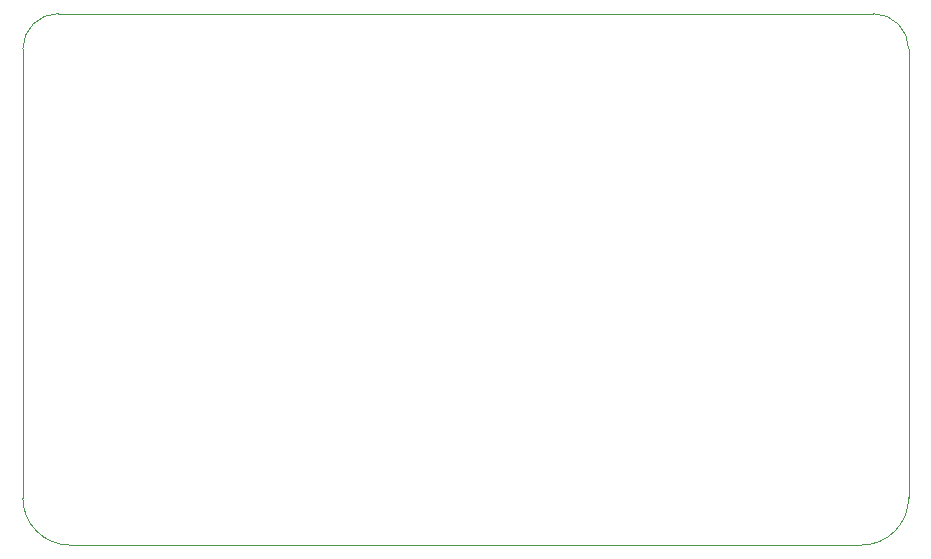
<source format=gbr>
%TF.GenerationSoftware,KiCad,Pcbnew,(6.0.0)*%
%TF.CreationDate,2022-08-04T21:46:01+02:00*%
%TF.ProjectId,TINY-FPGA-BOARD,54494e59-2d46-4504-9741-2d424f415244,rev?*%
%TF.SameCoordinates,Original*%
%TF.FileFunction,Profile,NP*%
%FSLAX46Y46*%
G04 Gerber Fmt 4.6, Leading zero omitted, Abs format (unit mm)*
G04 Created by KiCad (PCBNEW (6.0.0)) date 2022-08-04 21:46:01*
%MOMM*%
%LPD*%
G01*
G04 APERTURE LIST*
%TA.AperFunction,Profile*%
%ADD10C,0.100000*%
%TD*%
G04 APERTURE END LIST*
D10*
X73000000Y-69000000D02*
G75*
G03*
X70000000Y-72000000I1J-3000001D01*
G01*
X141000000Y-114000000D02*
G75*
G03*
X145000000Y-110000000I0J4000000D01*
G01*
X73000000Y-69000000D02*
X142000000Y-69000000D01*
X74000000Y-114000000D02*
X141000000Y-114000000D01*
X70000000Y-110000000D02*
G75*
G03*
X74000000Y-114000000I4000000J0D01*
G01*
X145000000Y-72000000D02*
X145000000Y-110000000D01*
X145000000Y-72000000D02*
G75*
G03*
X142000000Y-69000000I-3000001J-1D01*
G01*
X70000000Y-110000000D02*
X70000000Y-72000000D01*
M02*

</source>
